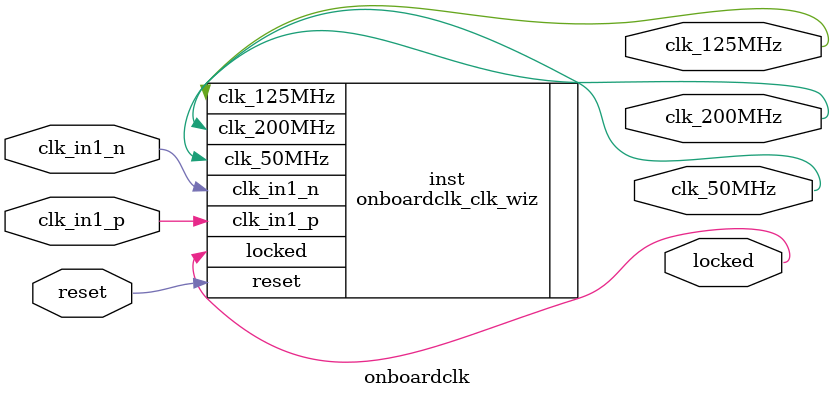
<source format=v>


`timescale 1ps/1ps

(* CORE_GENERATION_INFO = "onboardclk,clk_wiz_v6_0_13_0_0,{component_name=onboardclk,use_phase_alignment=false,use_min_o_jitter=false,use_max_i_jitter=false,use_dyn_phase_shift=false,use_inclk_switchover=false,use_dyn_reconfig=false,enable_axi=0,feedback_source=FDBK_AUTO,PRIMITIVE=MMCM,num_out_clk=3,clkin1_period=10.000,clkin2_period=10.000,use_power_down=false,use_reset=true,use_locked=true,use_inclk_stopped=false,feedback_type=SINGLE,CLOCK_MGR_TYPE=NA,manual_override=false}" *)

module onboardclk 
 (
  // Clock out ports
  output        clk_200MHz,
  output        clk_50MHz,
  output        clk_125MHz,
  // Status and control signals
  input         reset,
  output        locked,
 // Clock in ports
  input         clk_in1_p,
  input         clk_in1_n
 );

  onboardclk_clk_wiz inst
  (
  // Clock out ports  
  .clk_200MHz(clk_200MHz),
  .clk_50MHz(clk_50MHz),
  .clk_125MHz(clk_125MHz),
  // Status and control signals               
  .reset(reset), 
  .locked(locked),
 // Clock in ports
  .clk_in1_p(clk_in1_p),
  .clk_in1_n(clk_in1_n)
  );

endmodule

</source>
